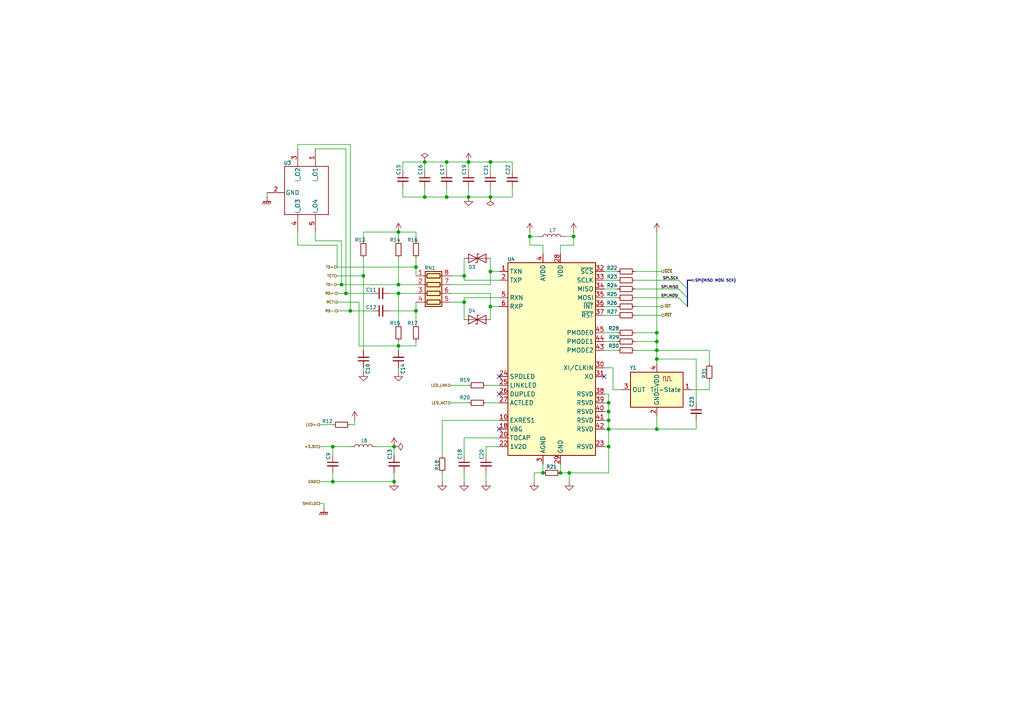
<source format=kicad_sch>
(kicad_sch (version 20250114) (generator "eeschema") (generator_version "9.0")
  (paper "A4")
  (title_block (title "Czujnik parametrów środowiskowych") (date "2026-01-20") (rev "1.0") (company "MarPi82"))
  (junction (at 190.5 101.6))
  (junction (at 135.89 46.99))
  (junction (at 162.56 137.16))
  (junction (at 115.57 85.09))
  (junction (at 176.53 116.84))
  (junction (at 115.57 82.55))
  (junction (at 134.62 80.01))
  (junction (at 157.48 137.16))
  (junction (at 190.5 124.46))
  (junction (at 142.24 78.74))
  (junction (at 123.19 57.15))
  (junction (at 120.65 90.17))
  (junction (at 165.1 137.16))
  (junction (at 114.3 139.7))
  (junction (at 129.54 46.99))
  (junction (at 135.89 57.15))
  (junction (at 190.5 104.14))
  (junction (at 176.53 119.38))
  (junction (at 101.6 90.17))
  (junction (at 142.24 57.15))
  (junction (at 114.3 129.54))
  (junction (at 142.24 46.99))
  (junction (at 105.41 80.01))
  (junction (at 190.5 96.52))
  (junction (at 129.54 57.15))
  (junction (at 120.65 77.47))
  (junction (at 123.19 46.99))
  (junction (at 96.52 139.7))
  (junction (at 115.57 100.33))
  (junction (at 176.53 129.54))
  (junction (at 115.57 67.31))
  (junction (at 99.06 82.55))
  (junction (at 153.67 68.58))
  (junction (at 166.37 68.58))
  (junction (at 100.33 85.09))
  (junction (at 190.5 99.06))
  (junction (at 142.24 88.9))
  (junction (at 134.62 87.63))
  (junction (at 96.52 129.54))
  (junction (at 176.53 121.92))
  (junction (at 176.53 124.46))
  (no_connect (at 144.78 124.46))
  (no_connect (at 144.78 109.22))
  (no_connect (at 175.26 109.22))
  (no_connect (at 144.78 114.3))
  (bus_entry (at 196.85 86.36) (size 2.54 2.54))
  (bus_entry (at 196.85 83.82) (size 2.54 2.54))
  (bus_entry (at 196.85 81.28) (size 2.54 2.54))
  (wire (pts (xy 134.62 80.01) (xy 134.62 81.28)))
  (wire (pts (xy 184.15 86.36) (xy 196.85 86.36)))
  (wire (pts (xy 153.67 71.12) (xy 157.48 71.12)))
  (wire (pts (xy 115.57 85.09) (xy 115.57 93.98)))
  (wire (pts (xy 92.71 139.7) (xy 96.52 139.7)))
  (wire (pts (xy 96.52 137.16) (xy 96.52 139.7)))
  (wire (pts (xy 101.6 90.17) (xy 107.95 90.17)))
  (wire (pts (xy 140.97 129.54) (xy 140.97 132.08)))
  (wire (pts (xy 97.79 85.09) (xy 100.33 85.09)))
  (wire (pts (xy 134.62 87.63) (xy 134.62 86.36)))
  (wire (pts (xy 130.81 87.63) (xy 134.62 87.63)))
  (wire (pts (xy 102.87 123.19) (xy 102.87 121.92)))
  (wire (pts (xy 130.81 80.01) (xy 134.62 80.01)))
  (wire (pts (xy 96.52 139.7) (xy 114.3 139.7)))
  (wire (pts (xy 163.83 68.58) (xy 166.37 68.58)))
  (wire (pts (xy 128.27 121.92) (xy 128.27 132.08)))
  (wire (pts (xy 123.19 46.99) (xy 123.19 49.53)))
  (wire (pts (xy 142.24 88.9) (xy 144.78 88.9)))
  (wire (pts (xy 148.59 57.15) (xy 142.24 57.15)))
  (wire (pts (xy 130.81 111.76) (xy 135.89 111.76)))
  (wire (pts (xy 175.26 99.06) (xy 179.07 99.06)))
  (wire (pts (xy 184.15 91.44) (xy 191.77 91.44)))
  (wire (pts (xy 190.5 104.14) (xy 190.5 105.41)))
  (wire (pts (xy 91.44 67.31) (xy 91.44 69.85)))
  (wire (pts (xy 144.78 121.92) (xy 128.27 121.92)))
  (wire (pts (xy 120.65 69.85) (xy 120.65 67.31)))
  (wire (pts (xy 175.26 81.28) (xy 179.07 81.28)))
  (wire (pts (xy 176.53 116.84) (xy 176.53 119.38)))
  (wire (pts (xy 166.37 68.58) (xy 166.37 67.31)))
  (wire (pts (xy 130.81 82.55) (xy 142.24 82.55)))
  (wire (pts (xy 162.56 71.12) (xy 162.56 73.66)))
  (wire (pts (xy 97.79 90.17) (xy 101.6 90.17)))
  (wire (pts (xy 190.5 120.65) (xy 190.5 124.46)))
  (wire (pts (xy 86.36 41.91) (xy 101.6 41.91)))
  (wire (pts (xy 129.54 57.15) (xy 135.89 57.15)))
  (wire (pts (xy 142.24 78.74) (xy 142.24 74.93)))
  (wire (pts (xy 190.5 124.46) (xy 176.53 124.46)))
  (wire (pts (xy 201.93 124.46) (xy 190.5 124.46)))
  (wire (pts (xy 77.47 55.88) (xy 77.47 57.15)))
  (wire (pts (xy 140.97 111.76) (xy 144.78 111.76)))
  (wire (pts (xy 165.1 137.16) (xy 162.56 137.16)))
  (bus (pts (xy 199.39 81.28) (xy 200.66 81.28)))
  (wire (pts (xy 114.3 139.7) (xy 114.3 137.16)))
  (wire (pts (xy 190.5 101.6) (xy 205.74 101.6)))
  (wire (pts (xy 142.24 54.61) (xy 142.24 57.15)))
  (wire (pts (xy 153.67 67.31) (xy 153.67 68.58)))
  (wire (pts (xy 144.78 127) (xy 134.62 127)))
  (wire (pts (xy 176.53 129.54) (xy 176.53 124.46)))
  (wire (pts (xy 153.67 68.58) (xy 153.67 71.12)))
  (wire (pts (xy 175.26 88.9) (xy 179.07 88.9)))
  (wire (pts (xy 148.59 54.61) (xy 148.59 57.15)))
  (wire (pts (xy 123.19 46.99) (xy 129.54 46.99)))
  (wire (pts (xy 142.24 46.99) (xy 148.59 46.99)))
  (wire (pts (xy 190.5 101.6) (xy 184.15 101.6)))
  (wire (pts (xy 176.53 124.46) (xy 175.26 124.46)))
  (wire (pts (xy 134.62 137.16) (xy 134.62 139.7)))
  (wire (pts (xy 130.81 116.84) (xy 135.89 116.84)))
  (wire (pts (xy 104.14 87.63) (xy 104.14 100.33)))
  (wire (pts (xy 97.79 87.63) (xy 104.14 87.63)))
  (wire (pts (xy 184.15 78.74) (xy 191.77 78.74)))
  (wire (pts (xy 162.56 134.62) (xy 162.56 137.16)))
  (wire (pts (xy 176.53 137.16) (xy 176.53 129.54)))
  (wire (pts (xy 153.67 68.58) (xy 156.21 68.58)))
  (wire (pts (xy 123.19 54.61) (xy 123.19 57.15)))
  (wire (pts (xy 100.33 85.09) (xy 107.95 85.09)))
  (wire (pts (xy 114.3 129.54) (xy 114.3 132.08)))
  (wire (pts (xy 190.5 104.14) (xy 201.93 104.14)))
  (wire (pts (xy 157.48 134.62) (xy 157.48 137.16)))
  (wire (pts (xy 113.03 85.09) (xy 115.57 85.09)))
  (wire (pts (xy 134.62 86.36) (xy 144.78 86.36)))
  (wire (pts (xy 175.26 78.74) (xy 179.07 78.74)))
  (wire (pts (xy 140.97 137.16) (xy 140.97 139.7)))
  (wire (pts (xy 135.89 46.99) (xy 135.89 49.53)))
  (wire (pts (xy 115.57 82.55) (xy 120.65 82.55)))
  (wire (pts (xy 175.26 119.38) (xy 176.53 119.38)))
  (wire (pts (xy 120.65 90.17) (xy 120.65 93.98)))
  (bus (pts (xy 199.39 83.82) (xy 199.39 81.28)))
  (wire (pts (xy 176.53 121.92) (xy 176.53 124.46)))
  (wire (pts (xy 175.26 83.82) (xy 179.07 83.82)))
  (wire (pts (xy 128.27 137.16) (xy 128.27 139.7)))
  (wire (pts (xy 175.26 121.92) (xy 176.53 121.92)))
  (wire (pts (xy 135.89 57.15) (xy 142.24 57.15)))
  (wire (pts (xy 175.26 106.68) (xy 177.8 106.68)))
  (wire (pts (xy 176.53 119.38) (xy 176.53 121.92)))
  (wire (pts (xy 115.57 100.33) (xy 115.57 99.06)))
  (wire (pts (xy 175.26 129.54) (xy 176.53 129.54)))
  (wire (pts (xy 175.26 101.6) (xy 179.07 101.6)))
  (wire (pts (xy 123.19 57.15) (xy 129.54 57.15)))
  (wire (pts (xy 105.41 106.68) (xy 105.41 107.95)))
  (wire (pts (xy 190.5 101.6) (xy 190.5 104.14)))
  (wire (pts (xy 116.84 49.53) (xy 116.84 46.99)))
  (wire (pts (xy 142.24 46.99) (xy 142.24 49.53)))
  (wire (pts (xy 175.26 86.36) (xy 179.07 86.36)))
  (wire (pts (xy 134.62 127) (xy 134.62 132.08)))
  (wire (pts (xy 120.65 100.33) (xy 115.57 100.33)))
  (wire (pts (xy 201.93 121.92) (xy 201.93 124.46)))
  (bus (pts (xy 199.39 88.9) (xy 199.39 86.36)))
  (bus (pts (xy 199.39 86.36) (xy 199.39 83.82)))
  (wire (pts (xy 129.54 46.99) (xy 135.89 46.99)))
  (wire (pts (xy 115.57 100.33) (xy 115.57 101.6)))
  (wire (pts (xy 115.57 85.09) (xy 120.65 85.09)))
  (wire (pts (xy 115.57 67.31) (xy 115.57 69.85)))
  (wire (pts (xy 129.54 54.61) (xy 129.54 57.15)))
  (wire (pts (xy 104.14 100.33) (xy 115.57 100.33)))
  (wire (pts (xy 162.56 71.12) (xy 166.37 71.12)))
  (wire (pts (xy 101.6 123.19) (xy 102.87 123.19)))
  (wire (pts (xy 96.52 129.54) (xy 101.6 129.54)))
  (wire (pts (xy 157.48 71.12) (xy 157.48 73.66)))
  (wire (pts (xy 134.62 80.01) (xy 134.62 74.93)))
  (wire (pts (xy 175.26 91.44) (xy 179.07 91.44)))
  (wire (pts (xy 101.6 41.91) (xy 101.6 90.17)))
  (wire (pts (xy 96.52 132.08) (xy 96.52 129.54)))
  (wire (pts (xy 175.26 114.3) (xy 176.53 114.3)))
  (wire (pts (xy 201.93 116.84) (xy 201.93 104.14)))
  (wire (pts (xy 91.44 43.18) (xy 100.33 43.18)))
  (wire (pts (xy 190.5 99.06) (xy 190.5 101.6)))
  (wire (pts (xy 86.36 43.18) (xy 86.36 41.91)))
  (wire (pts (xy 205.74 105.41) (xy 205.74 101.6)))
  (wire (pts (xy 135.89 46.99) (xy 142.24 46.99)))
  (wire (pts (xy 165.1 137.16) (xy 165.1 139.7)))
  (wire (pts (xy 86.36 67.31) (xy 86.36 71.12)))
  (wire (pts (xy 120.65 74.93) (xy 120.65 77.47)))
  (wire (pts (xy 116.84 57.15) (xy 116.84 54.61)))
  (wire (pts (xy 97.79 80.01) (xy 105.41 80.01)))
  (wire (pts (xy 129.54 46.99) (xy 129.54 49.53)))
  (wire (pts (xy 205.74 113.03) (xy 205.74 110.49)))
  (wire (pts (xy 97.79 77.47) (xy 120.65 77.47)))
  (wire (pts (xy 190.5 96.52) (xy 190.5 99.06)))
  (wire (pts (xy 115.57 74.93) (xy 115.57 82.55)))
  (wire (pts (xy 123.19 57.15) (xy 116.84 57.15)))
  (wire (pts (xy 184.15 81.28) (xy 196.85 81.28)))
  (wire (pts (xy 166.37 71.12) (xy 166.37 68.58)))
  (wire (pts (xy 175.26 96.52) (xy 179.07 96.52)))
  (wire (pts (xy 190.5 67.31) (xy 190.5 96.52)))
  (wire (pts (xy 142.24 85.09) (xy 142.24 88.9)))
  (wire (pts (xy 105.41 80.01) (xy 105.41 74.93)))
  (wire (pts (xy 142.24 82.55) (xy 142.24 78.74)))
  (wire (pts (xy 120.65 90.17) (xy 120.65 87.63)))
  (wire (pts (xy 105.41 80.01) (xy 105.41 101.6)))
  (wire (pts (xy 154.94 137.16) (xy 154.94 139.7)))
  (wire (pts (xy 142.24 88.9) (xy 142.24 92.71)))
  (wire (pts (xy 97.79 82.55) (xy 99.06 82.55)))
  (wire (pts (xy 165.1 137.16) (xy 176.53 137.16)))
  (wire (pts (xy 154.94 137.16) (xy 157.48 137.16)))
  (wire (pts (xy 140.97 116.84) (xy 144.78 116.84)))
  (wire (pts (xy 97.79 71.12) (xy 97.79 77.47)))
  (wire (pts (xy 99.06 69.85) (xy 99.06 82.55)))
  (wire (pts (xy 134.62 81.28) (xy 144.78 81.28)))
  (wire (pts (xy 148.59 46.99) (xy 148.59 49.53)))
  (wire (pts (xy 142.24 78.74) (xy 144.78 78.74)))
  (wire (pts (xy 200.66 113.03) (xy 205.74 113.03)))
  (wire (pts (xy 120.65 77.47) (xy 120.65 80.01)))
  (wire (pts (xy 144.78 129.54) (xy 140.97 129.54)))
  (wire (pts (xy 86.36 71.12) (xy 97.79 71.12)))
  (wire (pts (xy 176.53 114.3) (xy 176.53 116.84)))
  (wire (pts (xy 184.15 88.9) (xy 191.77 88.9)))
  (wire (pts (xy 177.8 113.03) (xy 180.34 113.03)))
  (wire (pts (xy 91.44 69.85) (xy 99.06 69.85)))
  (wire (pts (xy 92.71 129.54) (xy 96.52 129.54)))
  (wire (pts (xy 113.03 90.17) (xy 120.65 90.17)))
  (wire (pts (xy 130.81 85.09) (xy 142.24 85.09)))
  (wire (pts (xy 109.22 129.54) (xy 114.3 129.54)))
  (wire (pts (xy 105.41 67.31) (xy 115.57 67.31)))
  (wire (pts (xy 116.84 46.99) (xy 123.19 46.99)))
  (wire (pts (xy 93.98 146.05) (xy 93.98 147.32)))
  (wire (pts (xy 120.65 99.06) (xy 120.65 100.33)))
  (wire (pts (xy 177.8 106.68) (xy 177.8 113.03)))
  (wire (pts (xy 99.06 82.55) (xy 115.57 82.55)))
  (wire (pts (xy 135.89 54.61) (xy 135.89 57.15)))
  (wire (pts (xy 134.62 92.71) (xy 134.62 87.63)))
  (wire (pts (xy 115.57 106.68) (xy 115.57 107.95)))
  (wire (pts (xy 175.26 116.84) (xy 176.53 116.84)))
  (wire (pts (xy 100.33 43.18) (xy 100.33 85.09)))
  (wire (pts (xy 184.15 83.82) (xy 196.85 83.82)))
  (wire (pts (xy 105.41 67.31) (xy 105.41 69.85)))
  (wire (pts (xy 184.15 99.06) (xy 190.5 99.06)))
  (wire (pts (xy 120.65 67.31) (xy 115.57 67.31)))
  (wire (pts (xy 92.71 123.19) (xy 96.52 123.19)))
  (wire (pts (xy 184.15 96.52) (xy 190.5 96.52)))
  (wire (pts (xy 92.71 146.05) (xy 93.98 146.05)))
  (label "SPI.MISO" (at 196.85 83.82 180) (effects (font (size 0.762 0.762))))
  (label "SPI.MOSI" (at 196.85 86.36 180) (effects (font (size 0.762 0.762))))
  (label "SPI.SCK" (at 196.85 81.28 180) (effects (font (size 0.762 0.762))))
  (hierarchical_label "RCT" (shape output) (at 97.79 87.63 180) (effects (font (size 0.762 0.762))))
  (hierarchical_label "RD+" (shape output) (at 97.79 85.09 180) (effects (font (size 0.762 0.762))))
  (hierarchical_label "SPI{MISO MOSI SCK}" (shape bidirectional) (at 200.66 81.28 0) (effects (font (size 0.762 0.762))))
  (hierarchical_label "LED_ACT" (shape input) (at 130.81 116.84 180) (effects (font (size 0.762 0.762))))
  (hierarchical_label "~{RST}" (shape input) (at 191.77 91.44 0) (effects (font (size 0.762 0.762))))
  (hierarchical_label "~{INT}" (shape output) (at 191.77 88.9 0) (effects (font (size 0.762 0.762))))
  (hierarchical_label "RD-" (shape output) (at 97.79 90.17 180) (effects (font (size 0.762 0.762))))
  (hierarchical_label "TD+" (shape input) (at 97.79 77.47 180) (effects (font (size 0.762 0.762))))
  (hierarchical_label "SHIELD" (shape passive) (at 92.71 146.05 180) (effects (font (size 0.762 0.762))))
  (hierarchical_label "TD-" (shape input) (at 97.79 82.55 180) (effects (font (size 0.762 0.762))))
  (hierarchical_label "+3.3V" (shape passive) (at 92.71 129.54 180) (effects (font (size 0.762 0.762))))
  (hierarchical_label "GND" (shape passive) (at 92.71 139.7 180) (effects (font (size 0.762 0.762))))
  (hierarchical_label "TCT" (shape input) (at 97.79 80.01 180) (effects (font (size 0.762 0.762))))
  (hierarchical_label "LED_LNK" (shape input) (at 130.81 111.76 180) (effects (font (size 0.762 0.762))))
  (hierarchical_label "LED+" (shape output) (at 92.71 123.19 180) (effects (font (size 0.762 0.762))))
  (hierarchical_label "~{SCS}" (shape input) (at 191.77 78.74 0) (effects (font (size 0.762 0.762))))
  (symbol (lib_id "Device:R_Pack04") (at 125.73 85.09 270) (unit 1)
    (property "Reference" "RN1" (at 124.714 77.724 90) (effects (font (size 1.016 1.016))))
    (property "Value" "3,3Ω/4x0603" (effects (hide yes)))
    (property "Footprint" "Resistor_SMD:R_Array_Concave_4x0603" (effects (hide yes)))
    (property "Description" "4 resistor network, parallel topology" (effects (hide yes)))
    (property "DigiKey_Part_Number" "Y43R3CT-ND" (effects (hide yes)))
    (property "Power" "62.5mW" (effects (hide yes)))
    (property "Tolerance" "5%" (effects (hide yes)))
    (property "Manufacturer_Name" "EXB-V8V3R3JV" (effects (hide yes)))
    (property "Manufacturer_Part_Number" "Panasonic Electronic Components" (effects (hide yes)))
    (property "PACKAGE" "1206" (effects (hide yes)))
  )
  (symbol (lib_id "power:+3V3") (at 102.87 121.92 0) (unit 1)
    (property "Reference" "#PWR035" (effects (hide yes)))
    (property "Value" "+3V3_PHY" (effects (hide yes)))
    (property "Description" "Power symbol creates a global label with name \"+3V3\"" (effects (hide yes)))
  )
  (symbol (lib_id "power:GND") (at 134.62 139.7 0) (unit 1)
    (property "Reference" "#PWR042" (effects (hide yes)))
    (property "Value" "GND" (effects (hide yes)))
    (property "Description" "Power symbol creates a global label with name \"GND\" , ground" (effects (hide yes)))
  )
  (symbol (lib_id "Device:C_Small") (at 142.24 52.07 0) (unit 1)
    (property "Reference" "C21" (at 140.97 50.8 90) (effects (font (size 1.016 1.016)) (justify left)))
    (property "Value" "0,1uF" (effects (hide yes)))
    (property "Footprint" "Capacitor_SMD:C_0603_1608Metric" (effects (hide yes)))
    (property "Description" "Unpolarized capacitor, small symbol" (effects (hide yes)))
    (property "DigiKey_Part_Number" "1276-1018-1-ND" (effects (hide yes)))
    (property "Manufacturer_Name" "CL10B102KB8NNNC" (effects (hide yes)))
    (property "Manufacturer_Part_Number" "Samsung" (effects (hide yes)))
    (property "PACKAGE" "0603" (effects (hide yes)))
    (property "Rated_Voltage" "50V" (effects (hide yes)))
    (property "Temperature_Coefficient" "X7R" (effects (hide yes)))
  )
  (symbol (lib_id "power:GNDA") (at 154.94 139.7 0) (unit 1)
    (property "Reference" "#PWR047" (effects (hide yes)))
    (property "Value" "AGND" (effects (hide yes)))
    (property "Description" "Power symbol creates a global label with name \"GNDA\" , analog ground" (effects (hide yes)))
  )
  (symbol (lib_id "Device:C_Small") (at 140.97 134.62 0) (unit 1)
    (property "Reference" "C20" (at 139.7 133.35 90) (effects (font (size 1.016 1.016)) (justify left)))
    (property "Value" "10nF" (effects (hide yes)))
    (property "Footprint" "Capacitor_SMD:C_0603_1608Metric" (effects (hide yes)))
    (property "Description" "Unpolarized capacitor, small symbol" (effects (hide yes)))
    (property "DigiKey_Part_Number" "1276-1009-1-ND" (effects (hide yes)))
    (property "Rated_Voltage" "50V" (effects (hide yes)))
    (property "Temperature_Coefficient" "X7R" (effects (hide yes)))
    (property "Manufacturer_Name" "CL10B103KB8NNNC" (effects (hide yes)))
    (property "Manufacturer_Part_Number" "Samsung" (effects (hide yes)))
    (property "PACKAGE" "0603" (effects (hide yes)))
  )
  (symbol (lib_id "power:+3V3") (at 114.3 129.54 0) (unit 1)
    (property "Reference" "#PWR037" (effects (hide yes)))
    (property "Value" "+3V3_PHY" (effects (hide yes)))
    (property "Description" "Power symbol creates a global label with name \"+3V3\"" (effects (hide yes)))
  )
  (symbol (lib_id "power:GNDPWR") (at 77.47 57.15 0) (unit 1)
    (property "Reference" "#PWR033" (effects (hide yes)))
    (property "Value" "SHIELD" (effects (hide yes)))
    (property "Description" "Power symbol creates a global label with name \"GNDPWR\" , global ground" (effects (hide yes)))
  )
  (symbol (lib_id "power:PWR_FLAG") (at 123.19 46.99 0) (unit 1)
    (property "Reference" "#FLG09" (effects (hide yes)))
    (property "Value" "PWR_FLAG" (effects (hide yes)))
    (property "Description" "Special symbol for telling ERC where power comes from" (effects (hide yes)))
  )
  (symbol (lib_id "Device:R_Small") (at 181.61 88.9 90) (unit 1)
    (property "Reference" "R26" (at 179.07 87.884 90) (effects (font (size 1.016 1.016)) (justify left)))
    (property "Value" "0Ω" (effects (hide yes)))
    (property "Footprint" "Resistor_SMD:R_0603_1608Metric" (effects (hide yes)))
    (property "Description" "Resistor, small symbol" (effects (hide yes)))
    (property "DigiKey_Part_Number" "541-0.0GCT-ND" (effects (hide yes)))
    (property "Power" "0.125W, 1/8W" (effects (hide yes)))
    (property "Tolerance" "1%" (effects (hide yes)))
    (property "Manufacturer_Name" "CRCW06030000Z0EA" (effects (hide yes)))
    (property "Manufacturer_Part_Number" "Vishay Dale" (effects (hide yes)))
    (property "PACKAGE" "0603" (effects (hide yes)))
  )
  (symbol (lib_id "Diode:SMAJ15CA") (at 138.43 74.93 0) (unit 1)
    (property "Reference" "D3" (at 136.906 77.47 0) (effects (font (size 1.016 1.016))))
    (property "Value" "GG0603052R542P" (effects (hide yes)))
    (property "Footprint" "Diode_SMD:D_0603_1608Metric" (effects (hide yes)))
    (property "Datasheet" "https://www.littelfuse.com/media?resourcetype=datasheets&itemid=75e32973-b177-4ee3-a0ff-cedaf1abdb93&filename=smaj-datasheet" (effects (hide yes)))
    (property "Description" "400W bidirectional Transient Voltage Suppressor, 15.0Vr, SMA(DO-214AC)" (effects (hide yes)))
    (property "DigiKey_Part_Number" "478-GG0603052R542PCT-ND" (effects (hide yes)))
    (property "Manufacturer_Name" "GG0603052R542P" (effects (hide yes)))
    (property "Manufacturer_Part_Number" "Kyocera" (effects (hide yes)))
    (property "PACKAGE" "0603" (effects (hide yes)))
  )
  (symbol (lib_id "Device:C_Small") (at 114.3 134.62 0) (unit 1)
    (property "Reference" "C13" (at 113.03 133.35 90) (effects (font (size 1.016 1.016)) (justify left)))
    (property "Value" "0,1uF" (effects (hide yes)))
    (property "Footprint" "Capacitor_SMD:C_0603_1608Metric" (effects (hide yes)))
    (property "Description" "Unpolarized capacitor, small symbol" (effects (hide yes)))
    (property "DigiKey_Part_Number" "1276-1018-1-ND" (effects (hide yes)))
    (property "Manufacturer_Name" "CL10B102KB8NNNC" (effects (hide yes)))
    (property "Manufacturer_Part_Number" "Samsung" (effects (hide yes)))
    (property "PACKAGE" "0603" (effects (hide yes)))
    (property "Rated_Voltage" "50V" (effects (hide yes)))
    (property "Temperature_Coefficient" "X7R" (effects (hide yes)))
  )
  (symbol (lib_id "Device:R_Small") (at 160.02 137.16 90) (unit 1)
    (property "Reference" "R21" (at 161.544 135.382 90) (effects (font (size 1.016 1.016)) (justify left)))
    (property "Value" "0Ω" (effects (hide yes)))
    (property "Footprint" "Resistor_SMD:R_0603_1608Metric" (effects (hide yes)))
    (property "Description" "Resistor, small symbol" (effects (hide yes)))
    (property "DigiKey_Part_Number" "541-0.0GCT-ND" (effects (hide yes)))
    (property "Power" "0.125W, 1/8W" (effects (hide yes)))
    (property "Tolerance" "1%" (effects (hide yes)))
    (property "Manufacturer_Name" "CRCW06030000Z0EA" (effects (hide yes)))
    (property "Manufacturer_Part_Number" "Vishay Dale" (effects (hide yes)))
    (property "PACKAGE" "0603" (effects (hide yes)))
  )
  (symbol (lib_id "power:GND") (at 140.97 139.7 0) (unit 1)
    (property "Reference" "#PWR045" (effects (hide yes)))
    (property "Value" "GND" (effects (hide yes)))
    (property "Description" "Power symbol creates a global label with name \"GND\" , ground" (effects (hide yes)))
  )
  (symbol (lib_id "Device:C_Small") (at 123.19 52.07 0) (unit 1)
    (property "Reference" "C16" (at 121.92 50.8 90) (effects (font (size 1.016 1.016)) (justify left)))
    (property "Value" "0,1uF" (effects (hide yes)))
    (property "Footprint" "Capacitor_SMD:C_0603_1608Metric" (effects (hide yes)))
    (property "Description" "Unpolarized capacitor, small symbol" (effects (hide yes)))
    (property "DigiKey_Part_Number" "1276-1018-1-ND" (effects (hide yes)))
    (property "Manufacturer_Name" "CL10B102KB8NNNC" (effects (hide yes)))
    (property "Manufacturer_Part_Number" "Samsung" (effects (hide yes)))
    (property "PACKAGE" "0603" (effects (hide yes)))
    (property "Rated_Voltage" "50V" (effects (hide yes)))
    (property "Temperature_Coefficient" "X7R" (effects (hide yes)))
  )
  (symbol (lib_id "Device:R_Small") (at 181.61 83.82 90) (unit 1)
    (property "Reference" "R24" (at 179.07 82.804 90) (effects (font (size 1.016 1.016)) (justify left)))
    (property "Value" "33Ω" (effects (hide yes)))
    (property "Footprint" "Resistor_SMD:R_0603_1608Metric" (effects (hide yes)))
    (property "Description" "Resistor, small symbol" (effects (hide yes)))
    (property "DigiKey_Part_Number" "541-33.0HCT-ND" (effects (hide yes)))
    (property "Power" "0.125W, 1/8W" (effects (hide yes)))
    (property "Tolerance" "1%" (effects (hide yes)))
    (property "Manufacturer_Name" "CRCW060333R0FKEA" (effects (hide yes)))
    (property "Manufacturer_Part_Number" "Vishay Dale" (effects (hide yes)))
    (property "PACKAGE" "0603" (effects (hide yes)))
  )
  (symbol (lib_id "power:GNDPWR") (at 93.98 147.32 0) (unit 1)
    (property "Reference" "#PWR034" (effects (hide yes)))
    (property "Value" "SHIELD" (effects (hide yes)))
    (property "Description" "Power symbol creates a global label with name \"GNDPWR\" , global ground" (effects (hide yes)))
  )
  (symbol (lib_id "Oscillator:ECS-2520MV-xxx-xx") (at 190.5 113.03 0) (mirror y) (unit 1)
    (property "Reference" "Y1" (at 183.642 106.68 0) (effects (font (size 1.016 1.016))))
    (property "Value" "ECS-2520MV-250" (effects (hide yes)))
    (property "Footprint" "Oscillator:Oscillator_SMD_ECS_2520MV-xxx-xx-4Pin_2.5x2.0mm" (effects (hide yes)))
    (property "Datasheet" "https://www.ecsxtal.com/store/pdf/ECS-2520MV.pdf" (effects (hide yes)))
    (property "Description" "HCMOS Crystal Clock Oscillator, 2.5x2.0 mm SMD" (effects (hide yes)))
    (property "DigiKey_Part_Number" "XC2752CT-ND" (effects (hide yes)))
    (property "Manufacturer_Name" "ECS-2520MV-250-CN-TR" (effects (hide yes)))
    (property "Manufacturer_Part_Number" "ECS Inc." (effects (hide yes)))
    (property "PACKAGE" "4-SMD, No Lead" (effects (hide yes)))
  )
  (symbol (lib_id "Device:C_Small") (at 148.59 52.07 0) (unit 1)
    (property "Reference" "C22" (at 147.32 50.8 90) (effects (font (size 1.016 1.016)) (justify left)))
    (property "Value" "0,1uF" (effects (hide yes)))
    (property "Footprint" "Capacitor_SMD:C_0603_1608Metric" (effects (hide yes)))
    (property "Description" "Unpolarized capacitor, small symbol" (effects (hide yes)))
    (property "DigiKey_Part_Number" "1276-1018-1-ND" (effects (hide yes)))
    (property "Manufacturer_Name" "CL10B102KB8NNNC" (effects (hide yes)))
    (property "Manufacturer_Part_Number" "Samsung" (effects (hide yes)))
    (property "PACKAGE" "0603" (effects (hide yes)))
    (property "Rated_Voltage" "50V" (effects (hide yes)))
    (property "Temperature_Coefficient" "X7R" (effects (hide yes)))
  )
  (symbol (lib_id "MarPi82:ESDS314DBVR") (at 88.9 55.88 270) (unit 1)
    (property "Reference" "U3" (at 82.296 47.244 90) (effects (font (size 1.016 1.016)) (justify left)))
    (property "Value" "ESDS314" (effects (hide yes)))
    (property "Footprint" "Package_TO_SOT_SMD:SOT-23-5" (effects (hide yes)))
    (property "Datasheet" "https://www.ti.com/lit/gpn/esds314" (effects (hide yes)))
    (property "DigiKey_Part_Number" "296-ESDS314DBVRCT-ND" (effects (hide yes)))
    (property "Manufacturer_Name" "ESDS314DBVR" (effects (hide yes)))
    (property "Manufacturer_Part_Number" "Texas Instruments" (effects (hide yes)))
    (property "PACKAGE" "SOT-23-5" (effects (hide yes)))
  )
  (symbol (lib_id "power:+3V3") (at 135.89 46.99 0) (unit 1)
    (property "Reference" "#PWR043" (effects (hide yes)))
    (property "Value" "+3V3_PHY_A" (effects (hide yes)))
    (property "Description" "Power symbol creates a global label with name \"+3V3\"" (effects (hide yes)))
  )
  (symbol (lib_id "power:+3V3") (at 190.5 67.31 0) (unit 1)
    (property "Reference" "#PWR050" (effects (hide yes)))
    (property "Value" "+3V3_PHY" (effects (hide yes)))
    (property "Description" "Power symbol creates a global label with name \"+3V3\"" (effects (hide yes)))
  )
  (symbol (lib_id "Device:L") (at 160.02 68.58 90) (unit 1)
    (property "Reference" "L7" (at 160.274 66.802 90) (effects (font (size 1.016 1.016))))
    (property "Value" "FBMH1608HL121-TV" (effects (hide yes)))
    (property "Footprint" "Inductor_SMD:L_0603_1608Metric" (effects (hide yes)))
    (property "Description" "Inductor" (effects (hide yes)))
    (property "DigiKey_Part_Number" "587-3812-1-ND" (effects (hide yes)))
    (property "Manufacturer_Name" "FBMH1608HL121-TV" (effects (hide yes)))
    (property "Manufacturer_Part_Number" "Taiyo Yuden" (effects (hide yes)))
  )
  (symbol (lib_id "Device:C_Small") (at 96.52 134.62 0) (unit 1)
    (property "Reference" "C9" (at 95.25 133.35 90) (effects (font (size 1.016 1.016)) (justify left)))
    (property "Value" "22uF" (effects (hide yes)))
    (property "Footprint" "Capacitor_SMD:C_1210_3225Metric" (effects (hide yes)))
    (property "Description" "Unpolarized capacitor, small symbol" (effects (hide yes)))
    (property "DigiKey_Part_Number" "1276-3392-1-ND" (effects (hide yes)))
    (property "Manufacturer_Name" "CL32B226KAJNNNE" (effects (hide yes)))
    (property "Manufacturer_Part_Number" "Samsung" (effects (hide yes)))
    (property "PACKAGE" "2110" (effects (hide yes)))
    (property "Rated_Voltage" "25V" (effects (hide yes)))
    (property "Temperature_Coefficient" "X7R" (effects (hide yes)))
  )
  (symbol (lib_id "Device:R_Small") (at 181.61 81.28 90) (unit 1)
    (property "Reference" "R23" (at 179.07 80.264 90) (effects (font (size 1.016 1.016)) (justify left)))
    (property "Value" "0Ω" (effects (hide yes)))
    (property "Footprint" "Resistor_SMD:R_0603_1608Metric" (effects (hide yes)))
    (property "Description" "Resistor, small symbol" (effects (hide yes)))
    (property "DigiKey_Part_Number" "541-0.0GCT-ND" (effects (hide yes)))
    (property "Power" "0.125W, 1/8W" (effects (hide yes)))
    (property "Tolerance" "1%" (effects (hide yes)))
    (property "Manufacturer_Name" "CRCW06030000Z0EA" (effects (hide yes)))
    (property "Manufacturer_Part_Number" "Vishay Dale" (effects (hide yes)))
    (property "PACKAGE" "0603" (effects (hide yes)))
  )
  (symbol (lib_id "Device:C_Small") (at 134.62 134.62 0) (unit 1)
    (property "Reference" "C18" (at 133.35 133.35 90) (effects (font (size 1.016 1.016)) (justify left)))
    (property "Value" "4,7uF" (effects (hide yes)))
    (property "Footprint" "Capacitor_SMD:C_0805_2012Metric" (effects (hide yes)))
    (property "Description" "Unpolarized capacitor, small symbol" (effects (hide yes)))
    (property "DigiKey_Part_Number" "1276-2970-1-ND" (effects (hide yes)))
    (property "Rated_Voltage" "16V" (effects (hide yes)))
    (property "Temperature_Coefficient" "X7R" (effects (hide yes)))
    (property "Manufacturer_Name" "CL21B475KOFNFNE" (effects (hide yes)))
    (property "Manufacturer_Part_Number" "Samsung" (effects (hide yes)))
    (property "PACKAGE" "0805" (effects (hide yes)))
  )
  (symbol (lib_id "Device:R_Small") (at 181.61 101.6 90) (unit 1)
    (property "Reference" "R30" (at 179.578 100.33 90) (effects (font (size 1.016 1.016)) (justify left)))
    (property "Value" "1kΩ" (effects (hide yes)))
    (property "Footprint" "Resistor_SMD:R_0603_1608Metric" (effects (hide yes)))
    (property "Description" "Resistor, small symbol" (effects (hide yes)))
    (property "DigiKey_Part_Number" "541-1.00KHCT-ND" (effects (hide yes)))
    (property "Power" "0.125W, 1/8W" (effects (hide yes)))
    (property "Tolerance" "1%" (effects (hide yes)))
    (property "Manufacturer_Name" "CRCW06031K00FKEA" (effects (hide yes)))
    (property "Manufacturer_Part_Number" "Vishay Dale" (effects (hide yes)))
    (property "PACKAGE" "0603" (effects (hide yes)))
  )
  (symbol (lib_id "Device:C_Small") (at 110.49 85.09 90) (unit 1)
    (property "Reference" "C11" (at 109.22 84.074 90) (effects (font (size 1.016 1.016)) (justify left)))
    (property "Value" "6,8nF" (effects (hide yes)))
    (property "Footprint" "Capacitor_SMD:C_0603_1608Metric" (effects (hide yes)))
    (property "Description" "Unpolarized capacitor, small symbol" (effects (hide yes)))
    (property "DigiKey_Part_Number" "478-KAM15AR72A682KTCT-ND" (effects (hide yes)))
    (property "Rated_Voltage" "100V" (effects (hide yes)))
    (property "Temperature_Coefficient" "X7R" (effects (hide yes)))
    (property "Manufacturer_Name" "KAM15AR72A682KT" (effects (hide yes)))
    (property "Manufacturer_Part_Number" "Kyocera" (effects (hide yes)))
    (property "PACKAGE" "0603" (effects (hide yes)))
  )
  (symbol (lib_id "Device:R_Small") (at 120.65 96.52 0) (unit 1)
    (property "Reference" "R17" (at 118.11 93.726 0) (effects (font (size 1.016 1.016)) (justify left)))
    (property "Value" "49,9Ω" (effects (hide yes)))
    (property "Footprint" "Resistor_SMD:R_0603_1608Metric" (effects (hide yes)))
    (property "Description" "Resistor, small symbol" (effects (hide yes)))
    (property "DigiKey_Part_Number" "541-49.9HCT-ND" (effects (hide yes)))
    (property "Power" "0.125W, 1/8W" (effects (hide yes)))
    (property "Tolerance" "1%" (effects (hide yes)))
    (property "Manufacturer_Name" "CRCW060349R9FKEA" (effects (hide yes)))
    (property "Manufacturer_Part_Number" "Vishay Dale" (effects (hide yes)))
    (property "PACKAGE" "0603" (effects (hide yes)))
  )
  (symbol (lib_id "Device:R_Small") (at 138.43 111.76 90) (unit 1)
    (property "Reference" "R19" (at 136.398 110.236 90) (effects (font (size 1.016 1.016)) (justify left)))
    (property "Value" "330Ω" (effects (hide yes)))
    (property "Footprint" "Resistor_SMD:R_0603_1608Metric" (effects (hide yes)))
    (property "Description" "Resistor, small symbol" (effects (hide yes)))
    (property "DigiKey_Part_Number" "541-330HCT-ND" (effects (hide yes)))
    (property "Power" "0.125W, 1/8W" (effects (hide yes)))
    (property "Tolerance" "1%" (effects (hide yes)))
    (property "Manufacturer_Name" "CRCW0603330RFKEA" (effects (hide yes)))
    (property "Manufacturer_Part_Number" "Vishay Dale" (effects (hide yes)))
    (property "PACKAGE" "0603" (effects (hide yes)))
  )
  (symbol (lib_id "Device:R_Small") (at 138.43 116.84 90) (unit 1)
    (property "Reference" "R20" (at 136.398 115.316 90) (effects (font (size 1.016 1.016)) (justify left)))
    (property "Value" "330Ω" (effects (hide yes)))
    (property "Footprint" "Resistor_SMD:R_0603_1608Metric" (effects (hide yes)))
    (property "Description" "Resistor, small symbol" (effects (hide yes)))
    (property "DigiKey_Part_Number" "541-330HCT-ND" (effects (hide yes)))
    (property "Power" "0.125W, 1/8W" (effects (hide yes)))
    (property "Tolerance" "1%" (effects (hide yes)))
    (property "Manufacturer_Name" "CRCW0603330RFKEA" (effects (hide yes)))
    (property "Manufacturer_Part_Number" "Vishay Dale" (effects (hide yes)))
    (property "PACKAGE" "0603" (effects (hide yes)))
  )
  (symbol (lib_id "Device:C_Small") (at 129.54 52.07 0) (unit 1)
    (property "Reference" "C17" (at 128.27 50.8 90) (effects (font (size 1.016 1.016)) (justify left)))
    (property "Value" "0,1uF" (effects (hide yes)))
    (property "Footprint" "Capacitor_SMD:C_0603_1608Metric" (effects (hide yes)))
    (property "Description" "Unpolarized capacitor, small symbol" (effects (hide yes)))
    (property "DigiKey_Part_Number" "1276-1018-1-ND" (effects (hide yes)))
    (property "Manufacturer_Name" "CL10B102KB8NNNC" (effects (hide yes)))
    (property "Manufacturer_Part_Number" "Samsung" (effects (hide yes)))
    (property "PACKAGE" "0603" (effects (hide yes)))
    (property "Rated_Voltage" "50V" (effects (hide yes)))
    (property "Temperature_Coefficient" "X7R" (effects (hide yes)))
  )
  (symbol (lib_id "power:GND") (at 128.27 139.7 0) (unit 1)
    (property "Reference" "#PWR041" (effects (hide yes)))
    (property "Value" "GND" (effects (hide yes)))
    (property "Description" "Power symbol creates a global label with name \"GND\" , ground" (effects (hide yes)))
  )
  (symbol (lib_id "Device:C_Small") (at 116.84 52.07 0) (unit 1)
    (property "Reference" "C15" (at 115.57 50.8 90) (effects (font (size 1.016 1.016)) (justify left)))
    (property "Value" "0,1uF" (effects (hide yes)))
    (property "Footprint" "Capacitor_SMD:C_0603_1608Metric" (effects (hide yes)))
    (property "Description" "Unpolarized capacitor, small symbol" (effects (hide yes)))
    (property "DigiKey_Part_Number" "1276-1018-1-ND" (effects (hide yes)))
    (property "Manufacturer_Name" "CL10B102KB8NNNC" (effects (hide yes)))
    (property "Manufacturer_Part_Number" "Samsung" (effects (hide yes)))
    (property "PACKAGE" "0603" (effects (hide yes)))
    (property "Rated_Voltage" "50V" (effects (hide yes)))
    (property "Temperature_Coefficient" "X7R" (effects (hide yes)))
  )
  (symbol (lib_id "Device:R_Small") (at 181.61 78.74 90) (unit 1)
    (property "Reference" "R22" (at 179.07 77.724 90) (effects (font (size 1.016 1.016)) (justify left)))
    (property "Value" "0Ω" (effects (hide yes)))
    (property "Footprint" "Resistor_SMD:R_0603_1608Metric" (effects (hide yes)))
    (property "Description" "Resistor, small symbol" (effects (hide yes)))
    (property "DigiKey_Part_Number" "541-0.0GCT-ND" (effects (hide yes)))
    (property "Power" "0.125W, 1/8W" (effects (hide yes)))
    (property "Tolerance" "1%" (effects (hide yes)))
    (property "Manufacturer_Name" "CRCW06030000Z0EA" (effects (hide yes)))
    (property "Manufacturer_Part_Number" "Vishay Dale" (effects (hide yes)))
    (property "PACKAGE" "0603" (effects (hide yes)))
  )
  (symbol (lib_id "power:GND") (at 105.41 107.95 0) (unit 1)
    (property "Reference" "#PWR036" (effects (hide yes)))
    (property "Value" "GND" (effects (hide yes)))
    (property "Description" "Power symbol creates a global label with name \"GND\" , ground" (effects (hide yes)))
  )
  (symbol (lib_id "Device:R_Small") (at 181.61 91.44 90) (unit 1)
    (property "Reference" "R27" (at 179.07 90.424 90) (effects (font (size 1.016 1.016)) (justify left)))
    (property "Value" "0Ω" (effects (hide yes)))
    (property "Footprint" "Resistor_SMD:R_0603_1608Metric" (effects (hide yes)))
    (property "Description" "Resistor, small symbol" (effects (hide yes)))
    (property "DigiKey_Part_Number" "541-0.0GCT-ND" (effects (hide yes)))
    (property "Power" "0.125W, 1/8W" (effects (hide yes)))
    (property "Tolerance" "1%" (effects (hide yes)))
    (property "Manufacturer_Name" "CRCW06030000Z0EA" (effects (hide yes)))
    (property "Manufacturer_Part_Number" "Vishay Dale" (effects (hide yes)))
    (property "PACKAGE" "0603" (effects (hide yes)))
  )
  (symbol (lib_id "power:GND") (at 115.57 107.95 0) (unit 1)
    (property "Reference" "#PWR040" (effects (hide yes)))
    (property "Value" "GND" (effects (hide yes)))
    (property "Description" "Power symbol creates a global label with name \"GND\" , ground" (effects (hide yes)))
  )
  (symbol (lib_id "power:+3V3") (at 115.57 67.31 0) (unit 1)
    (property "Reference" "#PWR039" (effects (hide yes)))
    (property "Value" "+3V3_PHY" (effects (hide yes)))
    (property "Description" "Power symbol creates a global label with name \"+3V3\"" (effects (hide yes)))
  )
  (symbol (lib_id "Device:R_Small") (at 105.41 72.39 0) (unit 1)
    (property "Reference" "R13" (at 102.87 69.596 0) (effects (font (size 1.016 1.016)) (justify left)))
    (property "Value" "10Ω" (effects (hide yes)))
    (property "Footprint" "Resistor_SMD:R_0603_1608Metric" (effects (hide yes)))
    (property "Description" "Resistor, small symbol" (effects (hide yes)))
    (property "DigiKey_Part_Number" "541-10.0HCT-ND" (effects (hide yes)))
    (property "Power" "0.125W, 1/8W" (effects (hide yes)))
    (property "Tolerance" "1%" (effects (hide yes)))
    (property "Manufacturer_Name" "CRCW060310R0FKEA" (effects (hide yes)))
    (property "Manufacturer_Part_Number" "Vishay Dale" (effects (hide yes)))
    (property "PACKAGE" "0603" (effects (hide yes)))
  )
  (symbol (lib_id "Device:C_Small") (at 115.57 104.14 180) (unit 1)
    (property "Reference" "C14" (at 116.84 105.41 90) (effects (font (size 1.016 1.016)) (justify left)))
    (property "Value" "10nF" (effects (hide yes)))
    (property "Footprint" "Capacitor_SMD:C_0603_1608Metric" (effects (hide yes)))
    (property "Description" "Unpolarized capacitor, small symbol" (effects (hide yes)))
    (property "DigiKey_Part_Number" "1276-1009-1-ND" (effects (hide yes)))
    (property "Rated_Voltage" "50V" (effects (hide yes)))
    (property "Temperature_Coefficient" "X7R" (effects (hide yes)))
    (property "Manufacturer_Name" "CL10B103KB8NNNC" (effects (hide yes)))
    (property "Manufacturer_Part_Number" "Samsung" (effects (hide yes)))
    (property "PACKAGE" "0603" (effects (hide yes)))
  )
  (symbol (lib_id "Device:L") (at 105.41 129.54 90) (unit 1)
    (property "Reference" "L6" (at 105.664 127.762 90) (effects (font (size 1.016 1.016))))
    (property "Value" "BLM21PG600SN1D" (effects (hide yes)))
    (property "Footprint" "Inductor_SMD:L_0805_2012Metric" (effects (hide yes)))
    (property "Description" "Inductor" (effects (hide yes)))
    (property "DigiKey_Part_Number" "490-1053-1-ND" (effects (hide yes)))
    (property "Manufacturer_Name" "BLM21PG600SN1D" (effects (hide yes)))
    (property "Manufacturer_Part_Number" "Murata Electronics" (effects (hide yes)))
  )
  (symbol (lib_id "power:+3V3") (at 166.37 67.31 0) (unit 1)
    (property "Reference" "#PWR049" (effects (hide yes)))
    (property "Value" "+3V3_PHY" (effects (hide yes)))
    (property "Description" "Power symbol creates a global label with name \"+3V3\"" (effects (hide yes)))
  )
  (symbol (lib_id "power:GND") (at 114.3 139.7 0) (unit 1)
    (property "Reference" "#PWR038" (effects (hide yes)))
    (property "Value" "GND" (effects (hide yes)))
    (property "Description" "Power symbol creates a global label with name \"GND\" , ground" (effects (hide yes)))
  )
  (symbol (lib_id "Device:R_Small") (at 181.61 99.06 270) (unit 1)
    (property "Reference" "R29" (at 176.53 97.79 90) (effects (font (size 1.016 1.016)) (justify left)))
    (property "Value" "1kΩ" (effects (hide yes)))
    (property "Footprint" "Resistor_SMD:R_0603_1608Metric" (effects (hide yes)))
    (property "Description" "Resistor, small symbol" (effects (hide yes)))
    (property "DigiKey_Part_Number" "541-1.00KHCT-ND" (effects (hide yes)))
    (property "Power" "0.125W, 1/8W" (effects (hide yes)))
    (property "Tolerance" "1%" (effects (hide yes)))
    (property "Manufacturer_Name" "CRCW06031K00FKEA" (effects (hide yes)))
    (property "Manufacturer_Part_Number" "Vishay Dale" (effects (hide yes)))
    (property "PACKAGE" "0603" (effects (hide yes)))
  )
  (symbol (lib_id "Device:R_Small") (at 128.27 134.62 180) (unit 1)
    (property "Reference" "R18" (at 126.746 133.35 90) (effects (font (size 1.016 1.016)) (justify left)))
    (property "Value" "12,4kΩ" (effects (hide yes)))
    (property "Footprint" "Resistor_SMD:R_0603_1608Metric" (effects (hide yes)))
    (property "Description" "Resistor, small symbol" (effects (hide yes)))
    (property "DigiKey_Part_Number" "541-12.4KHCT-ND" (effects (hide yes)))
    (property "Power" "0.125W, 1/8W" (effects (hide yes)))
    (property "Tolerance" "1%" (effects (hide yes)))
    (property "Manufacturer_Name" "CRCW060312K4FKEA" (effects (hide yes)))
    (property "Manufacturer_Part_Number" "Vishay Dale" (effects (hide yes)))
    (property "PACKAGE" "0603" (effects (hide yes)))
  )
  (symbol (lib_id "Device:R_Small") (at 181.61 86.36 90) (unit 1)
    (property "Reference" "R25" (at 179.07 85.344 90) (effects (font (size 1.016 1.016)) (justify left)))
    (property "Value" "0Ω" (effects (hide yes)))
    (property "Footprint" "Resistor_SMD:R_0603_1608Metric" (effects (hide yes)))
    (property "Description" "Resistor, small symbol" (effects (hide yes)))
    (property "DigiKey_Part_Number" "541-0.0GCT-ND" (effects (hide yes)))
    (property "Power" "0.125W, 1/8W" (effects (hide yes)))
    (property "Tolerance" "1%" (effects (hide yes)))
    (property "Manufacturer_Name" "CRCW06030000Z0EA" (effects (hide yes)))
    (property "Manufacturer_Part_Number" "Vishay Dale" (effects (hide yes)))
    (property "PACKAGE" "0603" (effects (hide yes)))
  )
  (symbol (lib_id "Device:R_Small") (at 181.61 96.52 90) (unit 1)
    (property "Reference" "R28" (at 179.578 95.25 90) (effects (font (size 1.016 1.016)) (justify left)))
    (property "Value" "1kΩ" (effects (hide yes)))
    (property "Footprint" "Resistor_SMD:R_0603_1608Metric" (effects (hide yes)))
    (property "Description" "Resistor, small symbol" (effects (hide yes)))
    (property "DigiKey_Part_Number" "541-1.00KHCT-ND" (effects (hide yes)))
    (property "Power" "0.125W, 1/8W" (effects (hide yes)))
    (property "Tolerance" "1%" (effects (hide yes)))
    (property "Manufacturer_Name" "CRCW06031K00FKEA" (effects (hide yes)))
    (property "Manufacturer_Part_Number" "Vishay Dale" (effects (hide yes)))
    (property "PACKAGE" "0603" (effects (hide yes)))
  )
  (symbol (lib_id "Interface_Ethernet:W5500") (at 160.02 104.14 0) (mirror y) (unit 1)
    (property "Reference" "U4" (at 149.352 75.184 0) (effects (font (size 1.016 1.016)) (justify left)))
    (property "Value" "W5500" (effects (hide yes)))
    (property "Footprint" "Package_QFP:LQFP-48_7x7mm_P0.5mm" (effects (hide yes)))
    (property "Datasheet" "http://wizwiki.net/wiki/lib/exe/fetch.php/products:w5500:w5500_ds_v109e.pdf" (effects (hide yes)))
    (property "Description" "10/100Mb SPI Ethernet controller with TCP/IP stack, LQFP-48" (effects (hide yes)))
    (property "DigiKey_Part_Number" "1278-W5500CT-ND" (effects (hide yes)))
    (property "Manufacturer_Name" "W5500" (effects (hide yes)))
    (property "Manufacturer_Part_Number" "WIZnet" (effects (hide yes)))
    (property "PACKAGE" "48-LQFP" (effects (hide yes)))
  )
  (symbol (lib_id "power:GNDA") (at 135.89 57.15 0) (unit 1)
    (property "Reference" "#PWR044" (effects (hide yes)))
    (property "Value" "AGND" (effects (hide yes)))
    (property "Description" "Power symbol creates a global label with name \"GNDA\" , analog ground" (effects (hide yes)))
  )
  (symbol (lib_id "Device:R_Small") (at 115.57 72.39 0) (unit 1)
    (property "Reference" "R14" (at 113.03 69.596 0) (effects (font (size 1.016 1.016)) (justify left)))
    (property "Value" "49,9Ω" (effects (hide yes)))
    (property "Footprint" "Resistor_SMD:R_0603_1608Metric" (effects (hide yes)))
    (property "Description" "Resistor, small symbol" (effects (hide yes)))
    (property "DigiKey_Part_Number" "541-49.9HCT-ND" (effects (hide yes)))
    (property "Power" "0.125W, 1/8W" (effects (hide yes)))
    (property "Tolerance" "1%" (effects (hide yes)))
    (property "Manufacturer_Name" "CRCW060349R9FKEA" (effects (hide yes)))
    (property "Manufacturer_Part_Number" "Vishay Dale" (effects (hide yes)))
    (property "PACKAGE" "0603" (effects (hide yes)))
  )
  (symbol (lib_id "Device:C_Small") (at 201.93 119.38 0) (unit 1)
    (property "Reference" "C23" (at 200.66 118.11 90) (effects (font (size 1.016 1.016)) (justify left)))
    (property "Value" "0,1uF" (effects (hide yes)))
    (property "Footprint" "Capacitor_SMD:C_0603_1608Metric" (effects (hide yes)))
    (property "Description" "Unpolarized capacitor, small symbol" (effects (hide yes)))
    (property "DigiKey_Part_Number" "1276-1018-1-ND" (effects (hide yes)))
    (property "Manufacturer_Name" "CL10B102KB8NNNC" (effects (hide yes)))
    (property "Manufacturer_Part_Number" "Samsung" (effects (hide yes)))
    (property "PACKAGE" "0603" (effects (hide yes)))
    (property "Rated_Voltage" "50V" (effects (hide yes)))
    (property "Temperature_Coefficient" "X7R" (effects (hide yes)))
  )
  (symbol (lib_id "power:PWR_FLAG") (at 114.3 129.54 270) (unit 1)
    (property "Reference" "#FLG08" (effects (hide yes)))
    (property "Value" "PWR_FLAG" (effects (hide yes)))
    (property "Description" "Special symbol for telling ERC where power comes from" (effects (hide yes)))
  )
  (symbol (lib_id "power:GND") (at 165.1 139.7 0) (unit 1)
    (property "Reference" "#PWR048" (effects (hide yes)))
    (property "Value" "GND" (effects (hide yes)))
    (property "Description" "Power symbol creates a global label with name \"GND\" , ground" (effects (hide yes)))
  )
  (symbol (lib_id "Diode:SMAJ15CA") (at 138.43 92.71 0) (unit 1)
    (property "Reference" "D4" (at 136.906 90.17 0) (effects (font (size 1.016 1.016))))
    (property "Value" "GG0603052R542P" (effects (hide yes)))
    (property "Footprint" "Diode_SMD:D_0603_1608Metric" (effects (hide yes)))
    (property "Datasheet" "https://www.littelfuse.com/media?resourcetype=datasheets&itemid=75e32973-b177-4ee3-a0ff-cedaf1abdb93&filename=smaj-datasheet" (effects (hide yes)))
    (property "Description" "400W bidirectional Transient Voltage Suppressor, 15.0Vr, SMA(DO-214AC)" (effects (hide yes)))
    (property "DigiKey_Part_Number" "478-GG0603052R542PCT-ND" (effects (hide yes)))
    (property "Manufacturer_Name" "GG0603052R542P" (effects (hide yes)))
    (property "Manufacturer_Part_Number" "Kyocera" (effects (hide yes)))
    (property "PACKAGE" "0603" (effects (hide yes)))
  )
  (symbol (lib_id "power:+3V3") (at 153.67 67.31 0) (unit 1)
    (property "Reference" "#PWR046" (effects (hide yes)))
    (property "Value" "+3V3_PHY_A" (effects (hide yes)))
    (property "Description" "Power symbol creates a global label with name \"+3V3\"" (effects (hide yes)))
  )
  (symbol (lib_id "Device:C_Small") (at 135.89 52.07 0) (unit 1)
    (property "Reference" "C19" (at 134.62 50.8 90) (effects (font (size 1.016 1.016)) (justify left)))
    (property "Value" "0,1uF" (effects (hide yes)))
    (property "Footprint" "Capacitor_SMD:C_0603_1608Metric" (effects (hide yes)))
    (property "Description" "Unpolarized capacitor, small symbol" (effects (hide yes)))
    (property "DigiKey_Part_Number" "1276-1018-1-ND" (effects (hide yes)))
    (property "Manufacturer_Name" "CL10B102KB8NNNC" (effects (hide yes)))
    (property "Manufacturer_Part_Number" "Samsung" (effects (hide yes)))
    (property "PACKAGE" "0603" (effects (hide yes)))
    (property "Rated_Voltage" "50V" (effects (hide yes)))
    (property "Temperature_Coefficient" "X7R" (effects (hide yes)))
  )
  (symbol (lib_id "Device:R_Small") (at 205.74 107.95 180) (unit 1)
    (property "Reference" "R31" (at 204.216 106.68 90) (effects (font (size 1.016 1.016)) (justify left)))
    (property "Value" "1kΩ" (effects (hide yes)))
    (property "Footprint" "Resistor_SMD:R_0603_1608Metric" (effects (hide yes)))
    (property "Description" "Resistor, small symbol" (effects (hide yes)))
    (property "DigiKey_Part_Number" "541-1.00KHCT-ND" (effects (hide yes)))
    (property "Power" "0.125W, 1/8W" (effects (hide yes)))
    (property "Tolerance" "1%" (effects (hide yes)))
    (property "Manufacturer_Name" "CRCW06031K00FKEA" (effects (hide yes)))
    (property "Manufacturer_Part_Number" "Vishay Dale" (effects (hide yes)))
    (property "PACKAGE" "0603" (effects (hide yes)))
  )
  (symbol (lib_id "Device:C_Small") (at 110.49 90.17 90) (unit 1)
    (property "Reference" "C12" (at 109.22 89.154 90) (effects (font (size 1.016 1.016)) (justify left)))
    (property "Value" "6,8nF" (effects (hide yes)))
    (property "Footprint" "Capacitor_SMD:C_0603_1608Metric" (effects (hide yes)))
    (property "Description" "Unpolarized capacitor, small symbol" (effects (hide yes)))
    (property "DigiKey_Part_Number" "478-KAM15AR72A682KTCT-ND" (effects (hide yes)))
    (property "Rated_Voltage" "100V" (effects (hide yes)))
    (property "Temperature_Coefficient" "X7R" (effects (hide yes)))
    (property "Manufacturer_Name" "KAM15AR72A682KT" (effects (hide yes)))
    (property "Manufacturer_Part_Number" "Kyocera" (effects (hide yes)))
    (property "PACKAGE" "0603" (effects (hide yes)))
  )
  (symbol (lib_id "Device:C_Small") (at 105.41 104.14 180) (unit 1)
    (property "Reference" "C10" (at 106.68 105.41 90) (effects (font (size 1.016 1.016)) (justify left)))
    (property "Value" "22nF" (effects (hide yes)))
    (property "Footprint" "Capacitor_SMD:C_0603_1608Metric" (effects (hide yes)))
    (property "Description" "Unpolarized capacitor, small symbol" (effects (hide yes)))
    (property "DigiKey_Part_Number" "490-4782-1-ND" (effects (hide yes)))
    (property "Rated_Voltage" "100V" (effects (hide yes)))
    (property "Temperature_Coefficient" "X7R" (effects (hide yes)))
    (property "Manufacturer_Name" "GCM188R72A223KA37D" (effects (hide yes)))
    (property "Manufacturer_Part_Number" "Murata" (effects (hide yes)))
    (property "PACKAGE" "0603" (effects (hide yes)))
  )
  (symbol (lib_id "power:PWR_FLAG") (at 142.24 57.15 180) (unit 1)
    (property "Reference" "#FLG010" (effects (hide yes)))
    (property "Value" "PWR_FLAG" (effects (hide yes)))
    (property "Description" "Special symbol for telling ERC where power comes from" (effects (hide yes)))
  )
  (symbol (lib_id "Device:R_Small") (at 115.57 96.52 0) (unit 1)
    (property "Reference" "R15" (at 113.03 93.726 0) (effects (font (size 1.016 1.016)) (justify left)))
    (property "Value" "49,9Ω" (effects (hide yes)))
    (property "Footprint" "Resistor_SMD:R_0603_1608Metric" (effects (hide yes)))
    (property "Description" "Resistor, small symbol" (effects (hide yes)))
    (property "DigiKey_Part_Number" "541-49.9HCT-ND" (effects (hide yes)))
    (property "Power" "0.125W, 1/8W" (effects (hide yes)))
    (property "Tolerance" "1%" (effects (hide yes)))
    (property "Manufacturer_Name" "CRCW060349R9FKEA" (effects (hide yes)))
    (property "Manufacturer_Part_Number" "Vishay Dale" (effects (hide yes)))
    (property "PACKAGE" "0603" (effects (hide yes)))
  )
  (symbol (lib_id "Device:R_Small") (at 120.65 72.39 0) (unit 1)
    (property "Reference" "R16" (at 118.11 69.596 0) (effects (font (size 1.016 1.016)) (justify left)))
    (property "Value" "49,9Ω" (effects (hide yes)))
    (property "Footprint" "Resistor_SMD:R_0603_1608Metric" (effects (hide yes)))
    (property "Description" "Resistor, small symbol" (effects (hide yes)))
    (property "DigiKey_Part_Number" "541-49.9HCT-ND" (effects (hide yes)))
    (property "Power" "0.125W, 1/8W" (effects (hide yes)))
    (property "Tolerance" "1%" (effects (hide yes)))
    (property "Manufacturer_Name" "CRCW060349R9FKEA" (effects (hide yes)))
    (property "Manufacturer_Part_Number" "Vishay Dale" (effects (hide yes)))
    (property "PACKAGE" "0603" (effects (hide yes)))
  )
  (symbol (lib_id "Device:R_Small") (at 99.06 123.19 90) (unit 1)
    (property "Reference" "R12" (at 96.52 122.174 90) (effects (font (size 1.016 1.016)) (justify left)))
    (property "Value" "0Ω" (effects (hide yes)))
    (property "Footprint" "Resistor_SMD:R_0603_1608Metric" (effects (hide yes)))
    (property "Description" "Resistor, small symbol" (effects (hide yes)))
    (property "DigiKey_Part_Number" "541-0.0GCT-ND" (effects (hide yes)))
    (property "Power" "0.125W, 1/8W" (effects (hide yes)))
    (property "Tolerance" "1%" (effects (hide yes)))
    (property "Manufacturer_Name" "CRCW06030000Z0EA" (effects (hide yes)))
    (property "Manufacturer_Part_Number" "Vishay Dale" (effects (hide yes)))
    (property "PACKAGE" "0603" (effects (hide yes)))
  )
)
</source>
